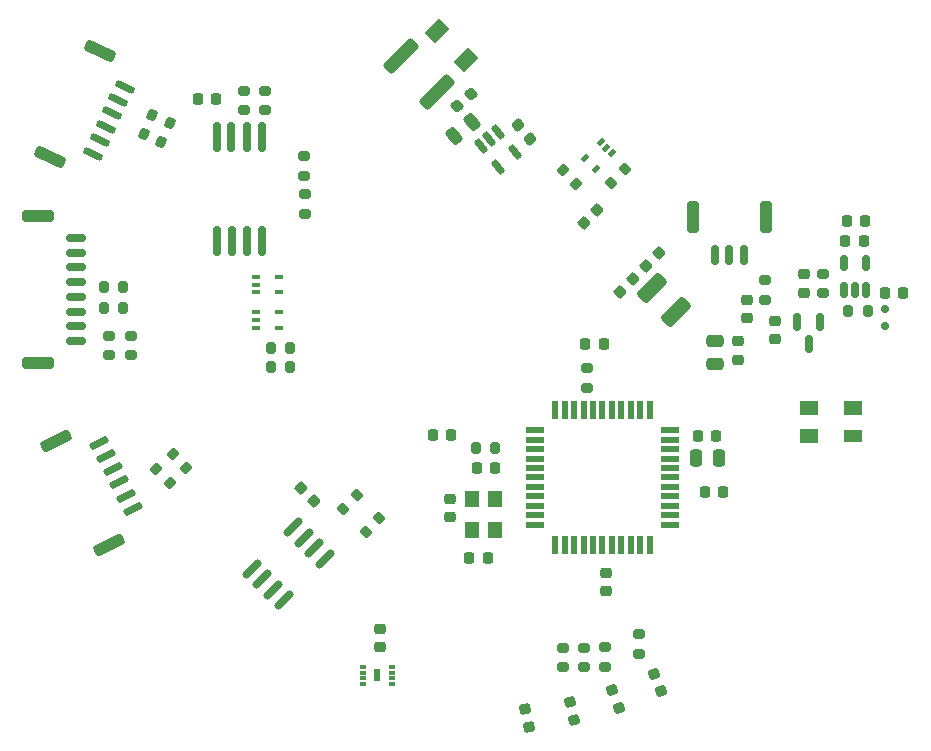
<source format=gbr>
%TF.GenerationSoftware,KiCad,Pcbnew,7.0.5.1-1-g8f565ef7f0-dirty-deb11*%
%TF.CreationDate,2023-07-04T07:03:59+00:00*%
%TF.ProjectId,USTTHUNDERMILLPCB01,55535454-4855-44e4-9445-524d494c4c50,rev?*%
%TF.SameCoordinates,Original*%
%TF.FileFunction,Paste,Top*%
%TF.FilePolarity,Positive*%
%FSLAX46Y46*%
G04 Gerber Fmt 4.6, Leading zero omitted, Abs format (unit mm)*
G04 Created by KiCad (PCBNEW 7.0.5.1-1-g8f565ef7f0-dirty-deb11) date 2023-07-04 07:03:59*
%MOMM*%
%LPD*%
G01*
G04 APERTURE LIST*
G04 Aperture macros list*
%AMRoundRect*
0 Rectangle with rounded corners*
0 $1 Rounding radius*
0 $2 $3 $4 $5 $6 $7 $8 $9 X,Y pos of 4 corners*
0 Add a 4 corners polygon primitive as box body*
4,1,4,$2,$3,$4,$5,$6,$7,$8,$9,$2,$3,0*
0 Add four circle primitives for the rounded corners*
1,1,$1+$1,$2,$3*
1,1,$1+$1,$4,$5*
1,1,$1+$1,$6,$7*
1,1,$1+$1,$8,$9*
0 Add four rect primitives between the rounded corners*
20,1,$1+$1,$2,$3,$4,$5,0*
20,1,$1+$1,$4,$5,$6,$7,0*
20,1,$1+$1,$6,$7,$8,$9,0*
20,1,$1+$1,$8,$9,$2,$3,0*%
%AMRotRect*
0 Rectangle, with rotation*
0 The origin of the aperture is its center*
0 $1 length*
0 $2 width*
0 $3 Rotation angle, in degrees counterclockwise*
0 Add horizontal line*
21,1,$1,$2,0,0,$3*%
G04 Aperture macros list end*
%ADD10O,0.700000X2.600000*%
%ADD11RoundRect,0.200000X0.275000X-0.200000X0.275000X0.200000X-0.275000X0.200000X-0.275000X-0.200000X0*%
%ADD12RoundRect,0.200000X-0.275000X0.200000X-0.275000X-0.200000X0.275000X-0.200000X0.275000X0.200000X0*%
%ADD13RoundRect,0.200000X0.335876X0.053033X0.053033X0.335876X-0.335876X-0.053033X-0.053033X-0.335876X0*%
%ADD14RoundRect,0.225000X0.017678X-0.335876X0.335876X-0.017678X-0.017678X0.335876X-0.335876X0.017678X0*%
%ADD15RoundRect,0.250000X-0.113813X0.524568X-0.496835X0.203174X0.113813X-0.524568X0.496835X-0.203174X0*%
%ADD16RoundRect,0.218750X0.304135X-0.144974X0.190902X0.277619X-0.304135X0.144974X-0.190902X-0.277619X0*%
%ADD17RoundRect,0.218750X0.324689X-0.089959X0.139794X0.306551X-0.324689X0.089959X-0.139794X-0.306551X0*%
%ADD18RoundRect,0.200000X-0.200000X-0.275000X0.200000X-0.275000X0.200000X0.275000X-0.200000X0.275000X0*%
%ADD19RoundRect,0.218750X0.290343X-0.170929X0.214371X0.259924X-0.290343X0.170929X-0.214371X-0.259924X0*%
%ADD20RoundRect,0.200000X0.200000X0.275000X-0.200000X0.275000X-0.200000X-0.275000X0.200000X-0.275000X0*%
%ADD21RoundRect,0.200000X0.297482X0.164711X-0.065042X0.333758X-0.297482X-0.164711X0.065042X-0.333758X0*%
%ADD22RoundRect,0.225000X-0.250000X0.225000X-0.250000X-0.225000X0.250000X-0.225000X0.250000X0.225000X0*%
%ADD23RoundRect,0.250000X-0.475000X0.250000X-0.475000X-0.250000X0.475000X-0.250000X0.475000X0.250000X0*%
%ADD24RoundRect,0.250000X-0.250000X-0.475000X0.250000X-0.475000X0.250000X0.475000X-0.250000X0.475000X0*%
%ADD25RoundRect,0.150000X-0.477297X-0.689429X0.689429X0.477297X0.477297X0.689429X-0.689429X-0.477297X0*%
%ADD26RoundRect,0.150000X-0.571023X0.431779X-0.697808X0.159887X0.571023X-0.431779X0.697808X-0.159887X0*%
%ADD27RoundRect,0.250000X-0.891284X0.691457X-1.102593X0.238303X0.891284X-0.691457X1.102593X-0.238303X0*%
%ADD28RoundRect,0.225000X0.225000X0.250000X-0.225000X0.250000X-0.225000X-0.250000X0.225000X-0.250000X0*%
%ADD29R,0.650000X0.400000*%
%ADD30RotRect,1.300000X1.700000X135.000000*%
%ADD31RoundRect,0.250000X-1.025305X-0.494975X-0.494975X-1.025305X1.025305X0.494975X0.494975X1.025305X0*%
%ADD32RoundRect,0.225000X0.336138X-0.011663X0.046884X0.333057X-0.336138X0.011663X-0.046884X-0.333057X0*%
%ADD33RoundRect,0.150000X-0.444335X0.296180X0.214522X-0.489016X0.444335X-0.296180X-0.214522X0.489016X0*%
%ADD34RoundRect,0.150000X-0.150000X0.587500X-0.150000X-0.587500X0.150000X-0.587500X0.150000X0.587500X0*%
%ADD35RoundRect,0.225000X-0.225000X-0.250000X0.225000X-0.250000X0.225000X0.250000X-0.225000X0.250000X0*%
%ADD36R,1.550000X1.150000*%
%ADD37R,1.550000X1.050000*%
%ADD38R,1.500000X0.550000*%
%ADD39R,0.550000X1.500000*%
%ADD40RoundRect,0.150000X0.200000X-0.150000X0.200000X0.150000X-0.200000X0.150000X-0.200000X-0.150000X0*%
%ADD41RoundRect,0.200000X-0.053033X0.335876X-0.335876X0.053033X0.053033X-0.335876X0.335876X-0.053033X0*%
%ADD42RoundRect,0.225000X0.250000X-0.225000X0.250000X0.225000X-0.250000X0.225000X-0.250000X-0.225000X0*%
%ADD43RoundRect,0.150000X-0.691803X-0.184142X-0.555606X-0.451444X0.691803X0.184142X0.555606X0.451444X0*%
%ADD44RoundRect,0.250000X-1.093605X-0.276638X-0.866610X-0.722141X1.093605X0.276638X0.866610X0.722141X0*%
%ADD45RoundRect,0.150000X0.150000X-0.512500X0.150000X0.512500X-0.150000X0.512500X-0.150000X-0.512500X0*%
%ADD46RoundRect,0.200000X0.053033X-0.335876X0.335876X-0.053033X-0.053033X0.335876X-0.335876X0.053033X0*%
%ADD47R,1.200000X1.400000*%
%ADD48RoundRect,0.150000X0.150000X0.700000X-0.150000X0.700000X-0.150000X-0.700000X0.150000X-0.700000X0*%
%ADD49RoundRect,0.250000X0.250000X1.100000X-0.250000X1.100000X-0.250000X-1.100000X0.250000X-1.100000X0*%
%ADD50RoundRect,0.225000X0.335876X0.017678X0.017678X0.335876X-0.335876X-0.017678X-0.017678X-0.335876X0*%
%ADD51RoundRect,0.250000X-1.246276X-0.804334X-0.804334X-1.246276X1.246276X0.804334X0.804334X1.246276X0*%
%ADD52RotRect,0.650000X0.400000X225.000000*%
%ADD53RoundRect,0.225000X-0.011663X-0.336138X0.333057X-0.046884X0.011663X0.336138X-0.333057X0.046884X0*%
%ADD54R,0.600000X0.300000*%
%ADD55R,0.600000X1.020000*%
%ADD56RoundRect,0.225000X-0.017678X0.335876X-0.335876X0.017678X0.017678X-0.335876X0.335876X-0.017678X0*%
%ADD57RoundRect,0.150000X-0.700000X0.150000X-0.700000X-0.150000X0.700000X-0.150000X0.700000X0.150000X0*%
%ADD58RoundRect,0.250000X-1.100000X0.250000X-1.100000X-0.250000X1.100000X-0.250000X1.100000X0.250000X0*%
%ADD59RoundRect,0.218750X0.315613X-0.117915X0.165979X0.293200X-0.315613X0.117915X-0.165979X-0.293200X0*%
G04 APERTURE END LIST*
D10*
%TO.C,U4*%
X-22170000Y4400000D03*
X-20900000Y4400000D03*
X-19630000Y4400000D03*
X-18355000Y4400000D03*
X-18360000Y13200000D03*
X-19630000Y13200000D03*
X-20965000Y13200000D03*
X-22170000Y13200000D03*
%TD*%
D11*
%TO.C,R5*%
X8884000Y-31695400D03*
X8884000Y-30045400D03*
%TD*%
D12*
%TO.C,R26*%
X9150000Y-6400000D03*
X9150000Y-8050000D03*
%TD*%
D13*
%TO.C,R16*%
X-24771000Y-14815000D03*
X-25937726Y-13648274D03*
%TD*%
D14*
%TO.C,C14*%
X14101992Y2251992D03*
X15198008Y3348008D03*
%TD*%
D15*
%TO.C,C6*%
X-638094Y14482552D03*
X-2093578Y13261256D03*
%TD*%
D16*
%TO.C,D3*%
X8071820Y-36149667D03*
X7664180Y-34628333D03*
%TD*%
D11*
%TO.C,R21*%
X13583000Y-30562000D03*
X13583000Y-28912000D03*
%TD*%
%TO.C,R9*%
X-14800000Y9900000D03*
X-14800000Y11550000D03*
%TD*%
D17*
%TO.C,D6*%
X15439812Y-33689717D03*
X14774188Y-32262283D03*
%TD*%
D12*
%TO.C,R3*%
X29100000Y1625000D03*
X29100000Y-25000D03*
%TD*%
D18*
%TO.C,R1*%
X31250000Y-1500000D03*
X32900000Y-1500000D03*
%TD*%
D19*
%TO.C,D4*%
X4194748Y-36799536D03*
X3921252Y-35248464D03*
%TD*%
D20*
%TO.C,R8*%
X-15975000Y-6300000D03*
X-17625000Y-6300000D03*
%TD*%
D21*
%TO.C,R24*%
X-26154592Y14352680D03*
X-27650000Y15050000D03*
%TD*%
D22*
%TO.C,C10*%
X21900000Y-4100000D03*
X21900000Y-5650000D03*
%TD*%
D23*
%TO.C,C9*%
X20000000Y-4100000D03*
X20000000Y-6000000D03*
%TD*%
D24*
%TO.C,C21*%
X18400000Y-14000000D03*
X20300000Y-14000000D03*
%TD*%
D25*
%TO.C,U9*%
X-19232128Y-23346051D03*
X-18334102Y-24244076D03*
X-17436076Y-25142102D03*
X-16538051Y-26040128D03*
X-13037872Y-22539949D03*
X-13935898Y-21641924D03*
X-14833924Y-20743898D03*
X-15731949Y-19845872D03*
%TD*%
D13*
%TO.C,R27*%
X8250000Y9250000D03*
X7083274Y10416726D03*
%TD*%
D12*
%TO.C,R7*%
X-18100000Y17100000D03*
X-18100000Y15450000D03*
%TD*%
D26*
%TO.C,J1*%
X-30002649Y17450368D03*
X-30530921Y16317483D03*
X-31059194Y15184599D03*
X-31587467Y14051714D03*
X-32115740Y12918829D03*
X-32644013Y11785944D03*
D27*
X-32120990Y20479416D03*
X-36326041Y11461653D03*
%TD*%
D28*
%TO.C,C19*%
X10550000Y-4300000D03*
X9000000Y-4300000D03*
%TD*%
D29*
%TO.C,U10*%
X-18850000Y-1650000D03*
X-18850000Y-2300000D03*
X-18850000Y-2950000D03*
X-16950000Y-2950000D03*
X-16950000Y-1650000D03*
%TD*%
D28*
%TO.C,C17*%
X725000Y-22420000D03*
X-825000Y-22420000D03*
%TD*%
D30*
%TO.C,D2*%
X-1125126Y19725126D03*
X-3600000Y22200000D03*
%TD*%
D22*
%TO.C,C15*%
X-2500000Y-17425000D03*
X-2500000Y-18975000D03*
%TD*%
D31*
%TO.C,L1*%
X14660051Y389949D03*
X16639949Y-1589949D03*
%TD*%
D32*
%TO.C,C8*%
X4298160Y13006316D03*
X3301840Y14193684D03*
%TD*%
D20*
%TO.C,R19*%
X-30125000Y500000D03*
X-31775000Y500000D03*
%TD*%
D33*
%TO.C,U3*%
X1596571Y13632024D03*
X868829Y13021376D03*
X141087Y12410727D03*
X1603429Y10667976D03*
X3058913Y11889273D03*
%TD*%
D34*
%TO.C,U1*%
X28850000Y-2462500D03*
X26950000Y-2462500D03*
X27900000Y-4337500D03*
%TD*%
D20*
%TO.C,R10*%
X-15975000Y-4700000D03*
X-17625000Y-4700000D03*
%TD*%
D35*
%TO.C,C26*%
X31025000Y4400000D03*
X32575000Y4400000D03*
%TD*%
D22*
%TO.C,C18*%
X10789000Y-23692000D03*
X10789000Y-25242000D03*
%TD*%
D36*
%TO.C,SW1*%
X27900000Y-9750000D03*
X31700000Y-9750000D03*
X27900000Y-12150000D03*
D37*
X31700000Y-12150000D03*
%TD*%
D29*
%TO.C,U11*%
X-18850000Y1350000D03*
X-18850000Y700000D03*
X-18850000Y50000D03*
X-16950000Y50000D03*
X-16950000Y1350000D03*
%TD*%
D38*
%TO.C,U8*%
X4750800Y-11630000D03*
X4750800Y-12430000D03*
X4750800Y-13230000D03*
X4750800Y-14030000D03*
X4750800Y-14830000D03*
X4750800Y-15630000D03*
X4750800Y-16430000D03*
X4750800Y-17230000D03*
X4750800Y-18030000D03*
X4750800Y-18830000D03*
X4750800Y-19630000D03*
D39*
X6450800Y-21330000D03*
X7250800Y-21330000D03*
X8050800Y-21330000D03*
X8850800Y-21330000D03*
X9650800Y-21330000D03*
X10450800Y-21330000D03*
X11250800Y-21330000D03*
X12050800Y-21330000D03*
X12850800Y-21330000D03*
X13650800Y-21330000D03*
X14450800Y-21330000D03*
D38*
X16150800Y-19630000D03*
X16150800Y-18830000D03*
X16150800Y-18030000D03*
X16150800Y-17230000D03*
X16150800Y-16430000D03*
X16150800Y-15630000D03*
X16150800Y-14830000D03*
X16150800Y-14030000D03*
X16150800Y-13230000D03*
X16150800Y-12430000D03*
X16150800Y-11630000D03*
D39*
X14450800Y-9930000D03*
X13650800Y-9930000D03*
X12850800Y-9930000D03*
X12050800Y-9930000D03*
X11250800Y-9930000D03*
X10450800Y-9930000D03*
X9650800Y-9930000D03*
X8850800Y-9930000D03*
X8050800Y-9930000D03*
X7250800Y-9930000D03*
X6450800Y-9930000D03*
%TD*%
D40*
%TO.C,D1*%
X34400000Y-1400000D03*
X34400000Y-2800000D03*
%TD*%
D22*
%TO.C,C4*%
X27500000Y1575000D03*
X27500000Y25000D03*
%TD*%
D41*
%TO.C,R13*%
X-10344637Y-17152637D03*
X-11511363Y-18319363D03*
%TD*%
D12*
%TO.C,R6*%
X-19878000Y17100000D03*
X-19878000Y15450000D03*
%TD*%
D35*
%TO.C,C16*%
X19125000Y-16875000D03*
X20675000Y-16875000D03*
%TD*%
D42*
%TO.C,C3*%
X22700000Y-2150000D03*
X22700000Y-600000D03*
%TD*%
D43*
%TO.C,J6*%
X-32161358Y-12714722D03*
X-31593870Y-13828480D03*
X-31026382Y-14942238D03*
X-30458894Y-16055997D03*
X-29891406Y-17169755D03*
X-29323918Y-18283513D03*
D44*
X-35852462Y-12519130D03*
X-31335256Y-21384645D03*
%TD*%
D41*
%TO.C,R12*%
X-8439637Y-19057637D03*
X-9606363Y-20224363D03*
%TD*%
D35*
%TO.C,C23*%
X18500000Y-12100000D03*
X20050000Y-12100000D03*
%TD*%
D45*
%TO.C,U2*%
X30900000Y225000D03*
X31850000Y225000D03*
X32800000Y225000D03*
X32800000Y2500000D03*
X30900000Y2500000D03*
%TD*%
D46*
%TO.C,R28*%
X11166637Y9316637D03*
X12333363Y10483363D03*
%TD*%
D47*
%TO.C,Y1*%
X-558400Y-17441400D03*
X-558400Y-20041400D03*
X1341600Y-20041400D03*
X1341600Y-17441400D03*
%TD*%
D28*
%TO.C,C22*%
X-22250000Y16400000D03*
X-23800000Y16400000D03*
%TD*%
D48*
%TO.C,J2*%
X22450000Y3200000D03*
X21200000Y3200000D03*
X19950000Y3200000D03*
D49*
X24300000Y6400000D03*
X18100000Y6400000D03*
%TD*%
D11*
%TO.C,R2*%
X24200000Y-600000D03*
X24200000Y1050000D03*
%TD*%
D22*
%TO.C,C1*%
X25100000Y-2400000D03*
X25100000Y-3950000D03*
%TD*%
D11*
%TO.C,R22*%
X-29450000Y-5275000D03*
X-29450000Y-3625000D03*
%TD*%
%TO.C,R23*%
X-31300000Y-5275000D03*
X-31300000Y-3625000D03*
%TD*%
D12*
%TO.C,R11*%
X-14700000Y8325000D03*
X-14700000Y6675000D03*
%TD*%
D11*
%TO.C,R18*%
X10662000Y-31642000D03*
X10662000Y-29992000D03*
%TD*%
D28*
%TO.C,C5*%
X32675000Y6100000D03*
X31125000Y6100000D03*
%TD*%
%TO.C,C20*%
X1375000Y-14870000D03*
X-175000Y-14870000D03*
%TD*%
D35*
%TO.C,C25*%
X-3900000Y-12000000D03*
X-2350000Y-12000000D03*
%TD*%
D21*
%TO.C,R25*%
X-26900000Y12750000D03*
X-28395408Y13447320D03*
%TD*%
D42*
%TO.C,C11*%
X-8400000Y-30000000D03*
X-8400000Y-28450000D03*
%TD*%
D28*
%TO.C,C2*%
X35925000Y0D03*
X34375000Y0D03*
%TD*%
D14*
%TO.C,C13*%
X8850000Y5900000D03*
X9946016Y6996016D03*
%TD*%
D13*
%TO.C,R17*%
X-26144274Y-16108726D03*
X-27311000Y-14942000D03*
%TD*%
D20*
%TO.C,R20*%
X-30125000Y-1300000D03*
X-31775000Y-1300000D03*
%TD*%
%TO.C,R14*%
X1365000Y-13170000D03*
X-285000Y-13170000D03*
%TD*%
D50*
%TO.C,C24*%
X-13951992Y-17648008D03*
X-15048008Y-16551992D03*
%TD*%
D51*
%TO.C,F1*%
X-6611441Y20011441D03*
X-3588559Y16988559D03*
%TD*%
D11*
%TO.C,R15*%
X7106000Y-31705000D03*
X7106000Y-30055000D03*
%TD*%
D52*
%TO.C,U12*%
X11231371Y11812132D03*
X10771751Y12271751D03*
X10312132Y12731371D03*
X8968629Y11387868D03*
X9887868Y10468629D03*
%TD*%
D53*
%TO.C,C7*%
X-1867856Y15816114D03*
X-680488Y16812434D03*
%TD*%
D54*
%TO.C,U7*%
X-7400000Y-33150000D03*
X-7400000Y-32650000D03*
X-7400000Y-32150000D03*
X-7400000Y-31650000D03*
X-9800000Y-31650000D03*
X-9800000Y-32150000D03*
X-9800000Y-32650000D03*
X-9800000Y-33150000D03*
D55*
X-8600000Y-32400000D03*
%TD*%
D56*
%TO.C,C12*%
X12998008Y1148008D03*
X11901992Y51992D03*
%TD*%
D57*
%TO.C,J5*%
X-34131516Y4651871D03*
X-34131516Y3401871D03*
X-34131516Y2151871D03*
X-34131516Y901871D03*
X-34131516Y-348129D03*
X-34131516Y-1598129D03*
X-34131516Y-2848129D03*
X-34131516Y-4098129D03*
D58*
X-37331516Y6501871D03*
X-37331516Y-5948129D03*
%TD*%
D59*
%TO.C,D5*%
X11820341Y-35113008D03*
X11281659Y-33632992D03*
%TD*%
M02*

</source>
